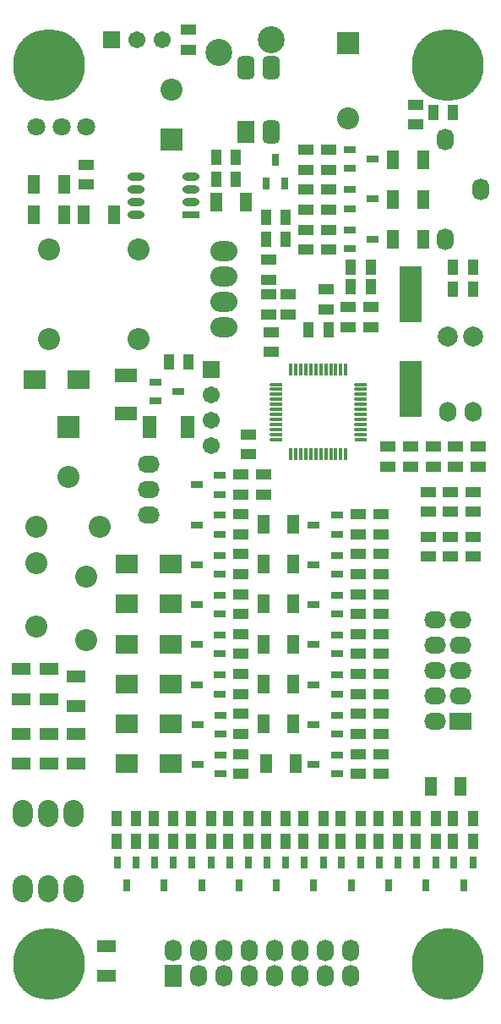
<source format=gts>
G04 Layer_Color=8388736*
%FSAX43Y43*%
%MOMM*%
G71*
G01*
G75*
%ADD55R,1.103X1.503*%
%ADD56R,1.503X1.103*%
%ADD57R,1.723X0.803*%
%ADD58O,1.723X0.803*%
%ADD59O,0.400X1.300*%
%ADD60O,1.300X0.400*%
%ADD61R,1.300X0.400*%
%ADD62R,1.303X1.903*%
%ADD63R,1.903X1.303*%
%ADD64R,2.203X1.883*%
%ADD65R,2.203X1.453*%
%ADD66R,1.453X2.203*%
%ADD67R,1.303X0.803*%
%ADD68R,0.803X1.303*%
%ADD69R,1.753X2.303*%
G04:AMPARAMS|DCode=70|XSize=2.303mm|YSize=1.753mm|CornerRadius=0.489mm|HoleSize=0mm|Usage=FLASHONLY|Rotation=90.000|XOffset=0mm|YOffset=0mm|HoleType=Round|Shape=RoundedRectangle|*
%AMROUNDEDRECTD70*
21,1,2.303,0.775,0,0,90.0*
21,1,1.325,1.753,0,0,90.0*
1,1,0.978,0.388,0.662*
1,1,0.978,0.388,-0.662*
1,1,0.978,-0.388,-0.662*
1,1,0.978,-0.388,0.662*
%
%ADD70ROUNDEDRECTD70*%
%ADD71R,2.203X5.703*%
%ADD72C,7.203*%
%ADD73R,2.203X2.203*%
%ADD74C,2.203*%
%ADD75O,2.203X1.703*%
%ADD76O,2.003X2.703*%
%ADD77O,2.703X2.003*%
%ADD78R,1.703X1.703*%
%ADD79C,1.703*%
%ADD80O,2.203X1.703*%
%ADD81R,2.203X1.703*%
%ADD82O,1.703X2.203*%
%ADD83R,1.703X2.203*%
%ADD84C,1.803*%
%ADD85R,1.703X1.703*%
%ADD86C,2.703*%
%ADD87O,1.703X2.003*%
%ADD88C,2.003*%
D55*
X0023750Y0085750D02*
D03*
X0021750D02*
D03*
X0023750Y0083500D02*
D03*
X0021750D02*
D03*
X0019000Y0065250D02*
D03*
X0017000D02*
D03*
X0015500Y0019500D02*
D03*
X0017500D02*
D03*
X0015500Y0017250D02*
D03*
X0017500D02*
D03*
X0011750Y0019500D02*
D03*
X0013750D02*
D03*
X0011750Y0017250D02*
D03*
X0013750D02*
D03*
X0023000Y0019500D02*
D03*
X0025000D02*
D03*
X0023000Y0017250D02*
D03*
X0025000D02*
D03*
X0019250Y0019500D02*
D03*
X0021250D02*
D03*
X0019250Y0017250D02*
D03*
X0021250D02*
D03*
X0030500Y0019500D02*
D03*
X0032500D02*
D03*
X0030500Y0017250D02*
D03*
X0032500D02*
D03*
X0026750Y0019500D02*
D03*
X0028750D02*
D03*
X0026750Y0017250D02*
D03*
X0028750D02*
D03*
X0038000Y0019500D02*
D03*
X0040000D02*
D03*
X0038000Y0017250D02*
D03*
X0040000D02*
D03*
X0034250Y0019500D02*
D03*
X0036250D02*
D03*
X0034250Y0017250D02*
D03*
X0036250D02*
D03*
X0045500Y0019500D02*
D03*
X0047500D02*
D03*
X0045500Y0017250D02*
D03*
X0047500D02*
D03*
X0041750Y0019500D02*
D03*
X0043750D02*
D03*
X0041750Y0017250D02*
D03*
X0043750D02*
D03*
X0045500Y0090200D02*
D03*
X0043500D02*
D03*
X0047500Y0072500D02*
D03*
X0045500D02*
D03*
X0047500Y0074750D02*
D03*
X0045500D02*
D03*
X0031000Y0068500D02*
D03*
X0033000D02*
D03*
X0026750Y0077500D02*
D03*
X0028750D02*
D03*
X0026750Y0079750D02*
D03*
X0028750D02*
D03*
X0035250Y0072750D02*
D03*
X0037250D02*
D03*
Y0074750D02*
D03*
X0035250D02*
D03*
D56*
X0027000Y0075500D02*
D03*
Y0073500D02*
D03*
X0027250Y0068250D02*
D03*
Y0066250D02*
D03*
X0038250Y0046000D02*
D03*
Y0044000D02*
D03*
X0036000Y0046000D02*
D03*
Y0044000D02*
D03*
X0038250Y0042000D02*
D03*
Y0040000D02*
D03*
X0036000Y0042000D02*
D03*
Y0040000D02*
D03*
X0008750Y0083000D02*
D03*
Y0085000D02*
D03*
X0024250Y0044000D02*
D03*
Y0046000D02*
D03*
Y0040000D02*
D03*
Y0042000D02*
D03*
X0038250Y0038000D02*
D03*
Y0036000D02*
D03*
X0036000Y0038000D02*
D03*
Y0036000D02*
D03*
X0038250Y0034000D02*
D03*
Y0032000D02*
D03*
X0036000Y0034000D02*
D03*
Y0032000D02*
D03*
X0024250Y0036000D02*
D03*
Y0038000D02*
D03*
Y0032000D02*
D03*
Y0034000D02*
D03*
X0027000Y0070000D02*
D03*
Y0072000D02*
D03*
X0038250Y0030000D02*
D03*
Y0028000D02*
D03*
X0036000Y0030000D02*
D03*
Y0028000D02*
D03*
X0038250Y0026000D02*
D03*
Y0024000D02*
D03*
X0024250Y0050000D02*
D03*
Y0048000D02*
D03*
Y0028000D02*
D03*
Y0030000D02*
D03*
Y0024000D02*
D03*
Y0026000D02*
D03*
X0026500Y0054000D02*
D03*
Y0052000D02*
D03*
X0024250Y0054000D02*
D03*
Y0052000D02*
D03*
X0033000Y0084500D02*
D03*
Y0086500D02*
D03*
X0030750Y0080500D02*
D03*
Y0082500D02*
D03*
X0033000Y0080500D02*
D03*
Y0082500D02*
D03*
X0030750Y0076500D02*
D03*
Y0078500D02*
D03*
X0033000Y0076500D02*
D03*
Y0078500D02*
D03*
X0036000Y0026000D02*
D03*
Y0024000D02*
D03*
X0019000Y0096500D02*
D03*
Y0098500D02*
D03*
X0041750Y0089000D02*
D03*
Y0091000D02*
D03*
X0039000Y0054750D02*
D03*
Y0056750D02*
D03*
X0041250Y0054750D02*
D03*
Y0056750D02*
D03*
X0043500Y0054750D02*
D03*
Y0056750D02*
D03*
X0045750Y0054750D02*
D03*
Y0056750D02*
D03*
X0048000Y0054750D02*
D03*
Y0056750D02*
D03*
X0043000Y0052250D02*
D03*
Y0050250D02*
D03*
X0045250Y0052250D02*
D03*
Y0050250D02*
D03*
X0047500Y0052250D02*
D03*
Y0050250D02*
D03*
X0043000Y0045750D02*
D03*
Y0047750D02*
D03*
X0045250Y0045750D02*
D03*
Y0047750D02*
D03*
X0047500Y0045750D02*
D03*
Y0047750D02*
D03*
X0025000Y0058000D02*
D03*
Y0056000D02*
D03*
X0035000Y0070750D02*
D03*
Y0068750D02*
D03*
X0032750Y0072500D02*
D03*
Y0070500D02*
D03*
X0029000Y0070000D02*
D03*
Y0072000D02*
D03*
X0038250Y0050000D02*
D03*
Y0048000D02*
D03*
X0036000Y0050000D02*
D03*
Y0048000D02*
D03*
X0037250Y0068750D02*
D03*
Y0070750D02*
D03*
X0030750Y0084500D02*
D03*
Y0086500D02*
D03*
D57*
X0019250Y0080000D02*
D03*
D58*
Y0081270D02*
D03*
Y0082540D02*
D03*
Y0083810D02*
D03*
X0013750Y0080000D02*
D03*
Y0081270D02*
D03*
Y0082540D02*
D03*
Y0083810D02*
D03*
D59*
X0034750Y0056000D02*
D03*
X0034250D02*
D03*
X0033750D02*
D03*
X0033250D02*
D03*
X0032750D02*
D03*
X0032250D02*
D03*
X0031750D02*
D03*
X0031250D02*
D03*
X0030750D02*
D03*
X0030250D02*
D03*
X0029750D02*
D03*
X0029250D02*
D03*
Y0064500D02*
D03*
X0029750D02*
D03*
X0030250D02*
D03*
X0030750D02*
D03*
X0031250D02*
D03*
X0031750D02*
D03*
X0032250D02*
D03*
X0032750D02*
D03*
X0033250D02*
D03*
X0033750D02*
D03*
X0034250D02*
D03*
X0034750D02*
D03*
D60*
X0027750Y0057500D02*
D03*
Y0058000D02*
D03*
Y0058500D02*
D03*
Y0059000D02*
D03*
Y0059500D02*
D03*
Y0060000D02*
D03*
Y0060500D02*
D03*
Y0061000D02*
D03*
Y0061500D02*
D03*
Y0062000D02*
D03*
Y0062500D02*
D03*
Y0063000D02*
D03*
X0036250D02*
D03*
Y0062500D02*
D03*
Y0062000D02*
D03*
Y0061500D02*
D03*
Y0061000D02*
D03*
Y0060500D02*
D03*
Y0060000D02*
D03*
Y0059500D02*
D03*
Y0059000D02*
D03*
Y0058500D02*
D03*
Y0058000D02*
D03*
D61*
Y0057500D02*
D03*
D62*
X0003500Y0080000D02*
D03*
X0006500D02*
D03*
X0011500D02*
D03*
X0008500D02*
D03*
X0006500Y0083000D02*
D03*
X0003500D02*
D03*
X0024750Y0081250D02*
D03*
X0021750D02*
D03*
X0026750Y0025000D02*
D03*
X0029750D02*
D03*
X0026500Y0049000D02*
D03*
X0029500D02*
D03*
X0043250Y0022750D02*
D03*
X0046250D02*
D03*
X0026500Y0029000D02*
D03*
X0029500D02*
D03*
X0026500Y0033000D02*
D03*
X0029500D02*
D03*
X0026500Y0037000D02*
D03*
X0029500D02*
D03*
X0026500Y0041000D02*
D03*
X0029500D02*
D03*
X0026500Y0045000D02*
D03*
X0029500D02*
D03*
X0039500Y0077500D02*
D03*
X0042500D02*
D03*
X0039500Y0081500D02*
D03*
X0042500D02*
D03*
X0039500Y0085500D02*
D03*
X0042500D02*
D03*
D63*
X0007750Y0033750D02*
D03*
Y0030750D02*
D03*
Y0025000D02*
D03*
Y0028000D02*
D03*
X0005000Y0025000D02*
D03*
Y0028000D02*
D03*
X0010750Y0006750D02*
D03*
Y0003750D02*
D03*
X0002250Y0025000D02*
D03*
Y0028000D02*
D03*
Y0034500D02*
D03*
Y0031500D02*
D03*
X0005000Y0034500D02*
D03*
Y0031500D02*
D03*
D64*
X0017200Y0045000D02*
D03*
X0012800D02*
D03*
X0017200Y0041000D02*
D03*
X0012800D02*
D03*
X0017200Y0037000D02*
D03*
X0012800D02*
D03*
X0017200Y0033000D02*
D03*
X0012800D02*
D03*
X0007950Y0063500D02*
D03*
X0003550D02*
D03*
X0017200Y0029000D02*
D03*
X0012800D02*
D03*
X0017200Y0025000D02*
D03*
X0012800D02*
D03*
D65*
X0012750Y0060125D02*
D03*
Y0063875D02*
D03*
D66*
X0015125Y0058750D02*
D03*
X0018875D02*
D03*
D67*
X0015650Y0063250D02*
D03*
Y0061350D02*
D03*
X0017950Y0062300D02*
D03*
X0022100Y0052000D02*
D03*
Y0053900D02*
D03*
X0019800Y0052950D02*
D03*
X0035150Y0086500D02*
D03*
Y0084600D02*
D03*
X0037450Y0085550D02*
D03*
X0035150Y0082500D02*
D03*
Y0080600D02*
D03*
X0037450Y0081550D02*
D03*
X0033850Y0044000D02*
D03*
Y0045900D02*
D03*
X0031550Y0044950D02*
D03*
X0033850Y0024000D02*
D03*
Y0025900D02*
D03*
X0031550Y0024950D02*
D03*
X0033850Y0028000D02*
D03*
Y0029900D02*
D03*
X0031550Y0028950D02*
D03*
X0033850Y0032000D02*
D03*
Y0033900D02*
D03*
X0031550Y0032950D02*
D03*
X0033850Y0036000D02*
D03*
Y0037900D02*
D03*
X0031550Y0036950D02*
D03*
X0033850Y0040000D02*
D03*
Y0041900D02*
D03*
X0031550Y0040950D02*
D03*
X0033850Y0048000D02*
D03*
Y0049900D02*
D03*
X0031550Y0048950D02*
D03*
X0022100Y0048000D02*
D03*
Y0049900D02*
D03*
X0019800Y0048950D02*
D03*
X0022100Y0044000D02*
D03*
Y0045900D02*
D03*
X0019800Y0044950D02*
D03*
X0022100Y0040000D02*
D03*
Y0041900D02*
D03*
X0019800Y0040950D02*
D03*
X0022100Y0036000D02*
D03*
Y0037900D02*
D03*
X0019800Y0036950D02*
D03*
X0022100Y0032000D02*
D03*
Y0033900D02*
D03*
X0019800Y0032950D02*
D03*
X0022200Y0028000D02*
D03*
Y0029900D02*
D03*
X0019900Y0028950D02*
D03*
X0022200Y0024000D02*
D03*
Y0025900D02*
D03*
X0019900Y0024950D02*
D03*
X0035150Y0078500D02*
D03*
Y0076600D02*
D03*
X0037450Y0077550D02*
D03*
D68*
X0017500Y0015100D02*
D03*
X0015600D02*
D03*
X0016550Y0012800D02*
D03*
X0013750Y0015100D02*
D03*
X0011850D02*
D03*
X0012800Y0012800D02*
D03*
X0025000Y0015100D02*
D03*
X0023100D02*
D03*
X0024050Y0012800D02*
D03*
X0021250Y0015100D02*
D03*
X0019350D02*
D03*
X0020300Y0012800D02*
D03*
X0032500Y0015100D02*
D03*
X0030600D02*
D03*
X0031550Y0012800D02*
D03*
X0028750Y0015100D02*
D03*
X0026850D02*
D03*
X0027800Y0012800D02*
D03*
X0040000Y0015100D02*
D03*
X0038100D02*
D03*
X0039050Y0012800D02*
D03*
X0036250Y0015100D02*
D03*
X0034350D02*
D03*
X0035300Y0012800D02*
D03*
X0047500Y0015100D02*
D03*
X0045600D02*
D03*
X0046550Y0012800D02*
D03*
X0043750Y0015100D02*
D03*
X0041850D02*
D03*
X0042800Y0012800D02*
D03*
X0027700Y0085450D02*
D03*
X0028650Y0083150D02*
D03*
X0026750D02*
D03*
D69*
X0024750Y0088250D02*
D03*
D70*
X0027290D02*
D03*
X0024750Y0094750D02*
D03*
X0027290D02*
D03*
D71*
X0041250Y0062500D02*
D03*
Y0072000D02*
D03*
D72*
X0045000Y0095000D02*
D03*
X0005000D02*
D03*
Y0005000D02*
D03*
X0045000D02*
D03*
D73*
X0017250Y0087500D02*
D03*
X0007000Y0058750D02*
D03*
X0035000Y0097200D02*
D03*
D74*
X0017250Y0092500D02*
D03*
X0007000Y0053750D02*
D03*
X0005000Y0067500D02*
D03*
X0014000D02*
D03*
X0014000Y0076500D02*
D03*
X0005000Y0076500D02*
D03*
X0010100Y0048750D02*
D03*
X0003750D02*
D03*
Y0045100D02*
D03*
Y0038750D02*
D03*
X0008750Y0037400D02*
D03*
Y0043750D02*
D03*
X0035000Y0089600D02*
D03*
D75*
X0015000Y0049960D02*
D03*
Y0052500D02*
D03*
Y0055040D02*
D03*
D76*
X0004960Y0012500D02*
D03*
X0002420D02*
D03*
X0007500D02*
D03*
X0004960Y0020000D02*
D03*
X0002420D02*
D03*
X0007500D02*
D03*
D77*
X0022500Y0071290D02*
D03*
Y0073830D02*
D03*
Y0068750D02*
D03*
Y0076370D02*
D03*
D78*
X0021250Y0064500D02*
D03*
D79*
Y0061960D02*
D03*
Y0056880D02*
D03*
Y0059420D02*
D03*
X0016330Y0097500D02*
D03*
X0013790D02*
D03*
D80*
X0043710Y0034330D02*
D03*
X0046250Y0034330D02*
D03*
X0043710Y0031790D02*
D03*
X0046250D02*
D03*
X0043710Y0029250D02*
D03*
X0046250Y0036870D02*
D03*
X0043710D02*
D03*
X0046250Y0039410D02*
D03*
X0043710D02*
D03*
D81*
X0046250Y0029250D02*
D03*
D82*
X0035280Y0003750D02*
D03*
X0035280Y0006290D02*
D03*
X0032740D02*
D03*
Y0003750D02*
D03*
X0027660Y0006290D02*
D03*
Y0003750D02*
D03*
X0030200Y0006290D02*
D03*
Y0003750D02*
D03*
X0025120Y0006290D02*
D03*
Y0003750D02*
D03*
X0017500Y0006290D02*
D03*
X0020040Y0003750D02*
D03*
Y0006290D02*
D03*
X0022580Y0003750D02*
D03*
X0022580Y0006290D02*
D03*
X0044750Y0077500D02*
D03*
X0048250Y0082500D02*
D03*
X0044750Y0087500D02*
D03*
D83*
X0017500Y0003750D02*
D03*
D84*
X0003750Y0088750D02*
D03*
X0008750D02*
D03*
X0006250D02*
D03*
D85*
X0011250Y0097500D02*
D03*
D86*
X0022000Y0096250D02*
D03*
X0027250Y0097500D02*
D03*
D87*
X0045000Y0060250D02*
D03*
X0047500D02*
D03*
D88*
X0045000Y0067750D02*
D03*
X0047500D02*
D03*
M02*

</source>
